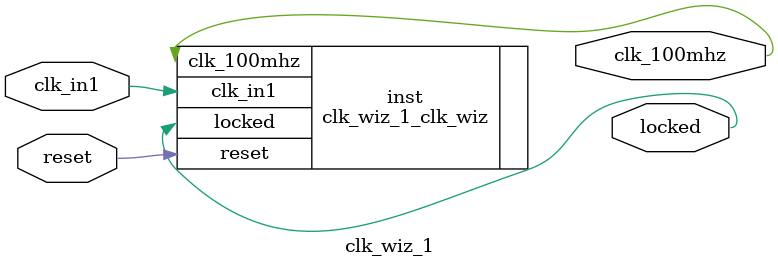
<source format=v>


`timescale 1ps/1ps

(* CORE_GENERATION_INFO = "clk_wiz_1,clk_wiz_v6_0_4_0_0,{component_name=clk_wiz_1,use_phase_alignment=true,use_min_o_jitter=false,use_max_i_jitter=false,use_dyn_phase_shift=false,use_inclk_switchover=false,use_dyn_reconfig=false,enable_axi=0,feedback_source=FDBK_AUTO,PRIMITIVE=MMCM,num_out_clk=1,clkin1_period=10.000,clkin2_period=10.000,use_power_down=false,use_reset=true,use_locked=true,use_inclk_stopped=false,feedback_type=SINGLE,CLOCK_MGR_TYPE=NA,manual_override=false}" *)

module clk_wiz_1 
 (
  // Clock out ports
  output        clk_100mhz,
  // Status and control signals
  input         reset,
  output        locked,
 // Clock in ports
  input         clk_in1
 );

  clk_wiz_1_clk_wiz inst
  (
  // Clock out ports  
  .clk_100mhz(clk_100mhz),
  // Status and control signals               
  .reset(reset), 
  .locked(locked),
 // Clock in ports
  .clk_in1(clk_in1)
  );

endmodule

</source>
